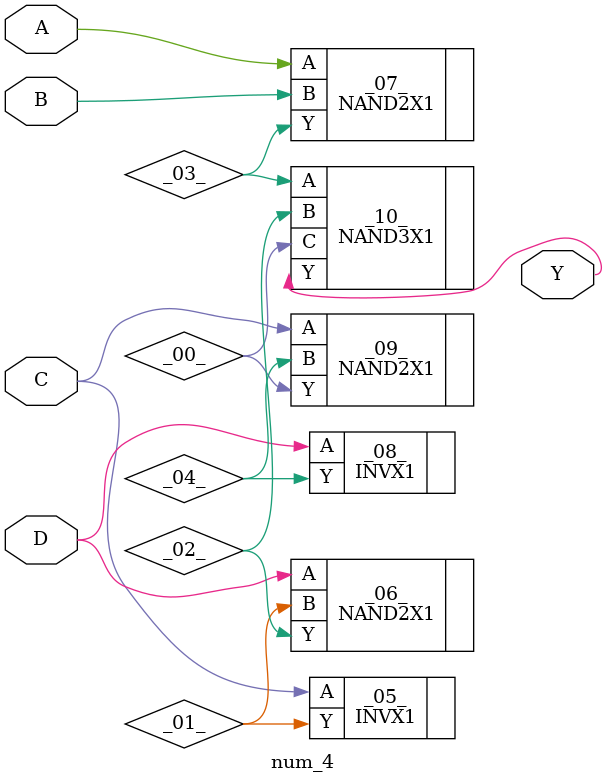
<source format=v>
/* Generated by Yosys 0.7 (git sha1 61f6811, gcc 6.2.0-11ubuntu1 -O2 -fdebug-prefix-map=/build/yosys-OIL3SR/yosys-0.7=. -fstack-protector-strong -fPIC -Os) */

(* src = "Test_Designs/num_4.v:6" *)
module num_4(A, B, C, D, Y);
  wire _00_;
  wire _01_;
  wire _02_;
  wire _03_;
  wire _04_;
  (* src = "Test_Designs/num_4.v:6" *)
  input A;
  (* src = "Test_Designs/num_4.v:6" *)
  input B;
  (* src = "Test_Designs/num_4.v:6" *)
  input C;
  (* src = "Test_Designs/num_4.v:6" *)
  input D;
  (* src = "Test_Designs/num_4.v:6" *)
  output Y;
  INVX1 _05_ (
    .A(C),
    .Y(_01_)
  );
  NAND2X1 _06_ (
    .A(D),
    .B(_01_),
    .Y(_02_)
  );
  NAND2X1 _07_ (
    .A(A),
    .B(B),
    .Y(_03_)
  );
  INVX1 _08_ (
    .A(D),
    .Y(_04_)
  );
  NAND2X1 _09_ (
    .A(C),
    .B(_04_),
    .Y(_00_)
  );
  NAND3X1 _10_ (
    .A(_03_),
    .B(_02_),
    .C(_00_),
    .Y(Y)
  );
endmodule

</source>
